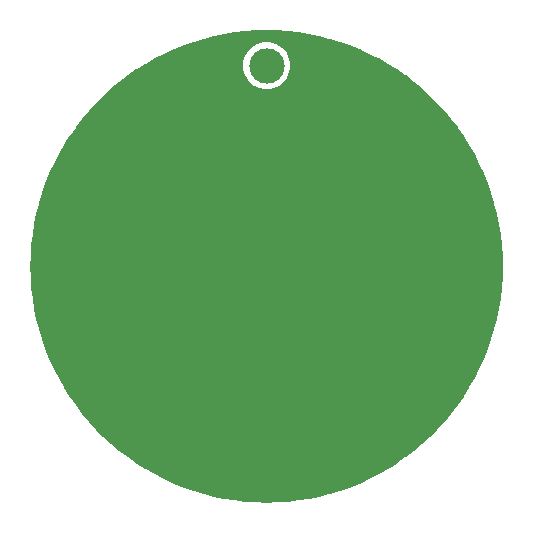
<source format=gbr>
%TF.GenerationSoftware,KiCad,Pcbnew,7.0.1*%
%TF.CreationDate,2023-08-30T00:23:05-03:00*%
%TF.ProjectId,messi_v1,6d657373-695f-4763-912e-6b696361645f,rev?*%
%TF.SameCoordinates,Original*%
%TF.FileFunction,Copper,L2,Bot*%
%TF.FilePolarity,Positive*%
%FSLAX46Y46*%
G04 Gerber Fmt 4.6, Leading zero omitted, Abs format (unit mm)*
G04 Created by KiCad (PCBNEW 7.0.1) date 2023-08-30 00:23:05*
%MOMM*%
%LPD*%
G01*
G04 APERTURE LIST*
%TA.AperFunction,ComponentPad*%
%ADD10C,3.000000*%
%TD*%
G04 APERTURE END LIST*
D10*
%TO.P,H1,1*%
%TO.N,N/C*%
X140000000Y-79200000D03*
%TD*%
%TA.AperFunction,NonConductor*%
G36*
X140894530Y-76220576D02*
G01*
X140900026Y-76220823D01*
X141790006Y-76280827D01*
X141795470Y-76281319D01*
X142681859Y-76381191D01*
X142687323Y-76381931D01*
X143568318Y-76521467D01*
X143573733Y-76522449D01*
X144447602Y-76701375D01*
X144453022Y-76702613D01*
X145317897Y-76920543D01*
X145323261Y-76922023D01*
X146177528Y-77178547D01*
X146182796Y-77180259D01*
X147024714Y-77474860D01*
X147029923Y-77476815D01*
X147857718Y-77808867D01*
X147862835Y-77811054D01*
X148186208Y-77957936D01*
X148674932Y-78179925D01*
X148679907Y-78182321D01*
X149042038Y-78366836D01*
X149474659Y-78587268D01*
X149479559Y-78589905D01*
X150248596Y-79026271D01*
X150255306Y-79030078D01*
X150260083Y-79032932D01*
X151015315Y-79507476D01*
X151019959Y-79510542D01*
X151753124Y-80018481D01*
X151757611Y-80021740D01*
X152467289Y-80562089D01*
X152471606Y-80565533D01*
X153140984Y-81124369D01*
X153156313Y-81137166D01*
X153160498Y-81140823D01*
X153231378Y-81205610D01*
X153818859Y-81742592D01*
X153822881Y-81746438D01*
X154453561Y-82377118D01*
X154457407Y-82381140D01*
X155057422Y-83037582D01*
X155059172Y-83039496D01*
X155062833Y-83043686D01*
X155634464Y-83728390D01*
X155637914Y-83732716D01*
X156177233Y-84441040D01*
X156178248Y-84442373D01*
X156181518Y-84446875D01*
X156689457Y-85180040D01*
X156692523Y-85184684D01*
X157167067Y-85939916D01*
X157169921Y-85944693D01*
X157610094Y-86720440D01*
X157612731Y-86725340D01*
X158017669Y-87520073D01*
X158020083Y-87525087D01*
X158388945Y-88337164D01*
X158391132Y-88342281D01*
X158723184Y-89170076D01*
X158725139Y-89175285D01*
X159019740Y-90017203D01*
X159021460Y-90022496D01*
X159277976Y-90876738D01*
X159279456Y-90882102D01*
X159497386Y-91746977D01*
X159498625Y-91752402D01*
X159677544Y-92626236D01*
X159678537Y-92631711D01*
X159818064Y-93512651D01*
X159818811Y-93518165D01*
X159918676Y-94404490D01*
X159919175Y-94410033D01*
X159979174Y-95299941D01*
X159979424Y-95305500D01*
X159999437Y-96197217D01*
X159999437Y-96202781D01*
X159979424Y-97094499D01*
X159979174Y-97100058D01*
X159919175Y-97989966D01*
X159918676Y-97995509D01*
X159818811Y-98881834D01*
X159818064Y-98887348D01*
X159678537Y-99768288D01*
X159677544Y-99773763D01*
X159498625Y-100647597D01*
X159497386Y-100653022D01*
X159279456Y-101517897D01*
X159277976Y-101523261D01*
X159021460Y-102377503D01*
X159019740Y-102382796D01*
X158725139Y-103224714D01*
X158723184Y-103229923D01*
X158391132Y-104057718D01*
X158388945Y-104062835D01*
X158020083Y-104874912D01*
X158017669Y-104879926D01*
X157612731Y-105674659D01*
X157610094Y-105679559D01*
X157169921Y-106455306D01*
X157167067Y-106460083D01*
X156692523Y-107215315D01*
X156689457Y-107219959D01*
X156181518Y-107953124D01*
X156178248Y-107957626D01*
X155637934Y-108667258D01*
X155634464Y-108671609D01*
X155062833Y-109356313D01*
X155059172Y-109360503D01*
X154457407Y-110018859D01*
X154453561Y-110022881D01*
X153822881Y-110653561D01*
X153818859Y-110657407D01*
X153160503Y-111259172D01*
X153156313Y-111262833D01*
X152471609Y-111834464D01*
X152467258Y-111837934D01*
X151757626Y-112378248D01*
X151753124Y-112381518D01*
X151019959Y-112889457D01*
X151015315Y-112892523D01*
X150260083Y-113367067D01*
X150255306Y-113369921D01*
X149479559Y-113810094D01*
X149474659Y-113812731D01*
X148679926Y-114217669D01*
X148674912Y-114220083D01*
X147862835Y-114588945D01*
X147857718Y-114591132D01*
X147029923Y-114923184D01*
X147024714Y-114925139D01*
X146182796Y-115219740D01*
X146177503Y-115221460D01*
X145323261Y-115477976D01*
X145317897Y-115479456D01*
X144453022Y-115697386D01*
X144447597Y-115698625D01*
X143573763Y-115877544D01*
X143568288Y-115878537D01*
X142687348Y-116018064D01*
X142681834Y-116018811D01*
X141795509Y-116118676D01*
X141789966Y-116119175D01*
X140900058Y-116179174D01*
X140894499Y-116179424D01*
X140002782Y-116199437D01*
X139997218Y-116199437D01*
X139105500Y-116179424D01*
X139099941Y-116179174D01*
X138210033Y-116119175D01*
X138204490Y-116118676D01*
X137318165Y-116018811D01*
X137312651Y-116018064D01*
X136431711Y-115878537D01*
X136426236Y-115877544D01*
X135552402Y-115698625D01*
X135546977Y-115697386D01*
X134682102Y-115479456D01*
X134676738Y-115477976D01*
X133822496Y-115221460D01*
X133817203Y-115219740D01*
X132975285Y-114925139D01*
X132970076Y-114923184D01*
X132142281Y-114591132D01*
X132137164Y-114588945D01*
X131325087Y-114220083D01*
X131320073Y-114217669D01*
X130525340Y-113812731D01*
X130520440Y-113810094D01*
X129744693Y-113369921D01*
X129739916Y-113367067D01*
X128984684Y-112892523D01*
X128980040Y-112889457D01*
X128246875Y-112381518D01*
X128242373Y-112378248D01*
X127532716Y-111837914D01*
X127528390Y-111834464D01*
X126843686Y-111262833D01*
X126839496Y-111259172D01*
X126181140Y-110657407D01*
X126177118Y-110653561D01*
X125546438Y-110022881D01*
X125542592Y-110018859D01*
X124940823Y-109360498D01*
X124937166Y-109356313D01*
X124365535Y-108671609D01*
X124362089Y-108667289D01*
X123821740Y-107957611D01*
X123818481Y-107953124D01*
X123310542Y-107219959D01*
X123307476Y-107215315D01*
X122832932Y-106460083D01*
X122830078Y-106455306D01*
X122389905Y-105679559D01*
X122387268Y-105674659D01*
X121982407Y-104880077D01*
X121982321Y-104879907D01*
X121979925Y-104874932D01*
X121611054Y-104062835D01*
X121608867Y-104057718D01*
X121276815Y-103229923D01*
X121274860Y-103224714D01*
X120980259Y-102382796D01*
X120978547Y-102377528D01*
X120722023Y-101523261D01*
X120720543Y-101517897D01*
X120502613Y-100653022D01*
X120501374Y-100647597D01*
X120322449Y-99773733D01*
X120321467Y-99768318D01*
X120181931Y-98887323D01*
X120181191Y-98881859D01*
X120081319Y-97995470D01*
X120080827Y-97990006D01*
X120020823Y-97100026D01*
X120020576Y-97094530D01*
X120000562Y-96202762D01*
X120000562Y-96197218D01*
X120000562Y-96197217D01*
X120020576Y-95305467D01*
X120020823Y-95299975D01*
X120080827Y-94409989D01*
X120081319Y-94404533D01*
X120181192Y-93518134D01*
X120181930Y-93512682D01*
X120321468Y-92631673D01*
X120322448Y-92626274D01*
X120501377Y-91752388D01*
X120502613Y-91746977D01*
X120720543Y-90882102D01*
X120722023Y-90876738D01*
X120978551Y-90022458D01*
X120980259Y-90017203D01*
X121274860Y-89175285D01*
X121276815Y-89170076D01*
X121608867Y-88342281D01*
X121611054Y-88337164D01*
X121979933Y-87525050D01*
X121982312Y-87520109D01*
X122387275Y-86725325D01*
X122389905Y-86720440D01*
X122390153Y-86720003D01*
X122830092Y-85944669D01*
X122832917Y-85939940D01*
X123307489Y-85184663D01*
X123310528Y-85180060D01*
X123818486Y-84446867D01*
X123821724Y-84442409D01*
X124362106Y-83732688D01*
X124365515Y-83728414D01*
X124937190Y-83043658D01*
X124940803Y-83039523D01*
X125542613Y-82381117D01*
X125546416Y-82377140D01*
X126177140Y-81746416D01*
X126181117Y-81742613D01*
X126839523Y-81140803D01*
X126843658Y-81137190D01*
X127528414Y-80565515D01*
X127532688Y-80562106D01*
X128242409Y-80021724D01*
X128246875Y-80018481D01*
X128980060Y-79510528D01*
X128984663Y-79507489D01*
X129474029Y-79200000D01*
X137994389Y-79200000D01*
X138014804Y-79485429D01*
X138075629Y-79765041D01*
X138075631Y-79765046D01*
X138171377Y-80021751D01*
X138175634Y-80033163D01*
X138312772Y-80284313D01*
X138398517Y-80398855D01*
X138484261Y-80513395D01*
X138686605Y-80715739D01*
X138858415Y-80844354D01*
X138915686Y-80887227D01*
X139055435Y-80963535D01*
X139166839Y-81024367D01*
X139434954Y-81124369D01*
X139434957Y-81124369D01*
X139434958Y-81124370D01*
X139481070Y-81134401D01*
X139714572Y-81185196D01*
X140000000Y-81205610D01*
X140285428Y-81185196D01*
X140565046Y-81124369D01*
X140833161Y-81024367D01*
X141084315Y-80887226D01*
X141313395Y-80715739D01*
X141515739Y-80513395D01*
X141687226Y-80284315D01*
X141824367Y-80033161D01*
X141924369Y-79765046D01*
X141985196Y-79485428D01*
X142005610Y-79200000D01*
X141985196Y-78914572D01*
X141924369Y-78634954D01*
X141824367Y-78366839D01*
X141687226Y-78115685D01*
X141515739Y-77886605D01*
X141313395Y-77684261D01*
X141198855Y-77598517D01*
X141084313Y-77512772D01*
X140833163Y-77375634D01*
X140833162Y-77375633D01*
X140833161Y-77375633D01*
X140565046Y-77275631D01*
X140565041Y-77275629D01*
X140285429Y-77214804D01*
X140000000Y-77194389D01*
X139714570Y-77214804D01*
X139434958Y-77275629D01*
X139166836Y-77375634D01*
X138915686Y-77512772D01*
X138686602Y-77684263D01*
X138484263Y-77886602D01*
X138312772Y-78115686D01*
X138175634Y-78366836D01*
X138075629Y-78634958D01*
X138014804Y-78914570D01*
X137994389Y-79200000D01*
X129474029Y-79200000D01*
X129739940Y-79032917D01*
X129744669Y-79030092D01*
X130520454Y-78589897D01*
X130525325Y-78587275D01*
X131320109Y-78182312D01*
X131325050Y-78179933D01*
X132137167Y-77811052D01*
X132142281Y-77808867D01*
X132452920Y-77684261D01*
X132970081Y-77476813D01*
X132975285Y-77474860D01*
X133817203Y-77180259D01*
X133822458Y-77178551D01*
X134676744Y-76922021D01*
X134682095Y-76920544D01*
X135546992Y-76702609D01*
X135552388Y-76701377D01*
X136426274Y-76522448D01*
X136431673Y-76521468D01*
X137312682Y-76381930D01*
X137318134Y-76381192D01*
X138204533Y-76281319D01*
X138209989Y-76280827D01*
X139099975Y-76220823D01*
X139105467Y-76220576D01*
X139997238Y-76200562D01*
X140002762Y-76200562D01*
X140894530Y-76220576D01*
G37*
%TD.AperFunction*%
M02*

</source>
